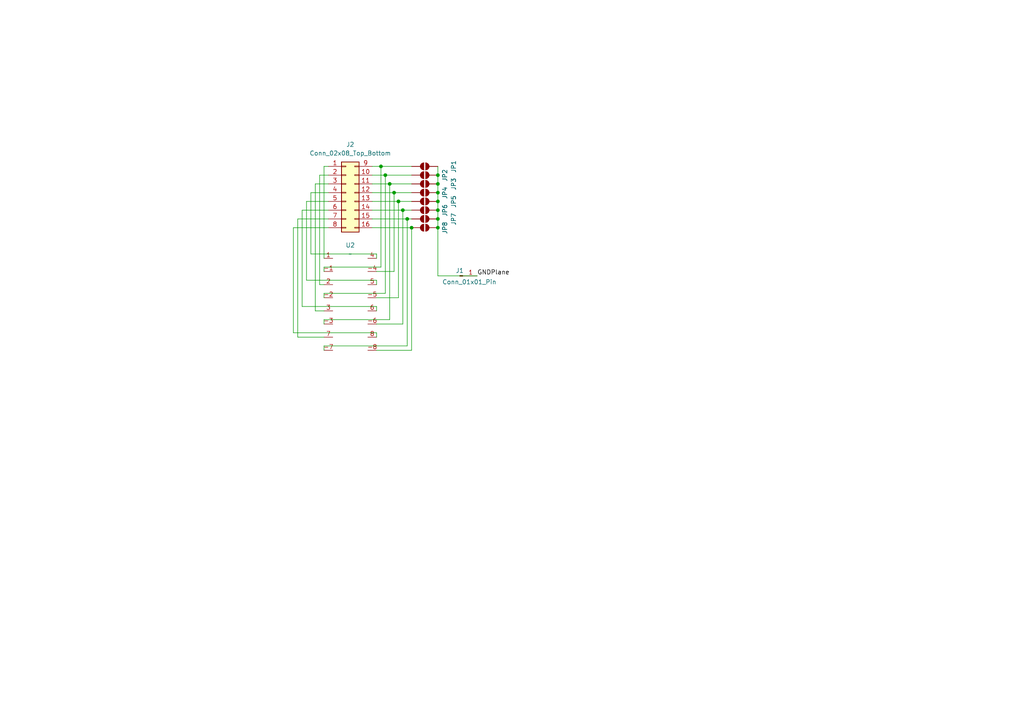
<source format=kicad_sch>
(kicad_sch (version 20231120) (generator "eeschema") (generator_version "8.0")
  (paper "A4")
  (lib_symbols
    (symbol "Connector:Conn_01x01_Pin" (pin_names (offset 1.016) hide)
      (property "Reference" "J" (at 0 2.54 0))
      (property "Value" "Conn_01x01_Pin" (at 0 -2.54 0))
      (symbol "Conn_01x01_Pin_1_1"
        (polyline (pts (xy 1.27 0) (xy 0.8636 0)) (stroke (width 0.1524)))
        (rectangle (start 0.8636 0.127) (end 0 -0.127) (stroke (width 0.1524)) (fill (type outline)))
        (pin passive line (at 5.08 0 180) (length 3.81) (name "Pin_1") (number "1"))
      )
    )
    (symbol "Connector_Generic:Conn_02x08_Top_Bottom" (pin_names (offset 1.016) hide)
      (property "Reference" "J" (at 1.27 10.16 0))
      (property "Value" "Conn_02x08_Top_Bottom" (at 1.27 -12.7 0))
      (symbol "Conn_02x08_Top_Bottom_1_1"
        (rectangle (start -1.27 -10.033) (end 0 -10.287) (stroke (width 0.1524)))
        (rectangle (start -1.27 -7.493) (end 0 -7.747) (stroke (width 0.1524)))
        (rectangle (start -1.27 -4.953) (end 0 -5.207) (stroke (width 0.1524)))
        (rectangle (start -1.27 -2.413) (end 0 -2.667) (stroke (width 0.1524)))
        (rectangle (start -1.27 0.127) (end 0 -0.127) (stroke (width 0.1524)))
        (rectangle (start -1.27 2.667) (end 0 2.413) (stroke (width 0.1524)))
        (rectangle (start -1.27 5.207) (end 0 4.953) (stroke (width 0.1524)))
        (rectangle (start -1.27 7.747) (end 0 7.493) (stroke (width 0.1524)))
        (rectangle (start -1.27 8.89) (end 3.81 -11.43) (stroke (width 0.254)) (fill (type background)))
        (rectangle (start 3.81 -10.033) (end 2.54 -10.287) (stroke (width 0.1524)))
        (rectangle (start 3.81 -7.493) (end 2.54 -7.747) (stroke (width 0.1524)))
        (rectangle (start 3.81 -4.953) (end 2.54 -5.207) (stroke (width 0.1524)))
        (rectangle (start 3.81 -2.413) (end 2.54 -2.667) (stroke (width 0.1524)))
        (rectangle (start 3.81 0.127) (end 2.54 -0.127) (stroke (width 0.1524)))
        (rectangle (start 3.81 2.667) (end 2.54 2.413) (stroke (width 0.1524)))
        (rectangle (start 3.81 5.207) (end 2.54 4.953) (stroke (width 0.1524)))
        (rectangle (start 3.81 7.747) (end 2.54 7.493) (stroke (width 0.1524)))
        (pin passive line (at -5.08 7.62 0) (length 3.81) (name "Pin_1") (number "1"))
        (pin passive line (at 7.62 5.08 180) (length 3.81) (name "Pin_10") (number "10"))
        (pin passive line (at 7.62 2.54 180) (length 3.81) (name "Pin_11") (number "11"))
        (pin passive line (at 7.62 0 180) (length 3.81) (name "Pin_12") (number "12"))
        (pin passive line (at 7.62 -2.54 180) (length 3.81) (name "Pin_13") (number "13"))
        (pin passive line (at 7.62 -5.08 180) (length 3.81) (name "Pin_14") (number "14"))
        (pin passive line (at 7.62 -7.62 180) (length 3.81) (name "Pin_15") (number "15"))
        (pin passive line (at 7.62 -10.16 180) (length 3.81) (name "Pin_16") (number "16"))
        (pin passive line (at -5.08 5.08 0) (length 3.81) (name "Pin_2") (number "2"))
        (pin passive line (at -5.08 2.54 0) (length 3.81) (name "Pin_3") (number "3"))
        (pin passive line (at -5.08 0 0) (length 3.81) (name "Pin_4") (number "4"))
        (pin passive line (at -5.08 -2.54 0) (length 3.81) (name "Pin_5") (number "5"))
        (pin passive line (at -5.08 -5.08 0) (length 3.81) (name "Pin_6") (number "6"))
        (pin passive line (at -5.08 -7.62 0) (length 3.81) (name "Pin_7") (number "7"))
        (pin passive line (at -5.08 -10.16 0) (length 3.81) (name "Pin_8") (number "8"))
        (pin passive line (at 7.62 7.62 180) (length 3.81) (name "Pin_9") (number "9"))
      )
    )
    (symbol "Jumper:SolderJumper_2_Open" (pin_numbers hide) (pin_names (offset 0) hide) (exclude_from_sim yes) (in_bom no)
      (property "Reference" "JP" (at 0 2.032 0))
      (property "Value" "SolderJumper_2_Open" (at 0 -2.54 0))
      (symbol "SolderJumper_2_Open_0_1"
        (arc (start -0.254 1.016) (mid -1.2656 0) (end -0.254 -1.016))
        (arc (start -0.254 1.016) (mid -1.2656 0) (end -0.254 -1.016) (fill (type outline)))
        (polyline (pts (xy -0.254 1.016) (xy -0.254 -1.016)))
        (polyline (pts (xy 0.254 1.016) (xy 0.254 -1.016)))
        (arc (start 0.254 -1.016) (mid 1.2656 0) (end 0.254 1.016))
        (arc (start 0.254 -1.016) (mid 1.2656 0) (end 0.254 1.016) (fill (type outline)))
      )
      (symbol "SolderJumper_2_Open_1_1"
        (pin passive line (at -3.81 0 0) (length 2.54) (name "A") (number "1"))
        (pin passive line (at 3.81 0 180) (length 2.54) (name "B") (number "2"))
      )
    )
    (symbol "etdbrSymbol:digitVersion1"
      (property "Reference" "U" (at 0 0 0))
      (symbol "digitVersion1_1_1"
        (pin passive line (at -7.62 26.67 0) (length 2.54) (name "") (number "-1"))
        (pin passive line (at -7.62 19.05 0) (length 2.54) (name "") (number "-2"))
        (pin passive line (at -7.62 11.43 0) (length 2.54) (name "") (number "-3"))
        (pin passive line (at 7.62 26.67 180) (length 2.54) (name "") (number "-4"))
        (pin passive line (at 7.62 19.05 180) (length 2.54) (name "") (number "-5"))
        (pin passive line (at 7.62 11.43 180) (length 2.54) (name "") (number "-6"))
        (pin passive line (at -7.62 3.81 0) (length 2.54) (name "") (number "-7"))
        (pin passive line (at 7.62 3.81 180) (length 2.54) (name "") (number "-8"))
        (pin passive line (at -7.62 30.48 0) (length 2.54) (name "") (number "1"))
        (pin passive line (at -7.62 22.86 0) (length 2.54) (name "") (number "2"))
        (pin passive line (at -7.62 15.24 0) (length 2.54) (name "") (number "3"))
        (pin passive line (at 7.62 30.48 180) (length 2.54) (name "") (number "4"))
        (pin passive line (at 7.62 22.86 180) (length 2.54) (name "") (number "5"))
        (pin passive line (at 7.62 15.24 180) (length 2.54) (name "") (number "6"))
        (pin passive line (at -7.62 7.62 0) (length 2.54) (name "") (number "7"))
        (pin passive line (at 7.62 7.62 180) (length 2.54) (name "") (number "8"))
      )
    )
  )
  (junction (at 127 53.34))
  (junction (at 127 58.42))
  (junction (at 113.03 53.34))
  (junction (at 127 66.04))
  (junction (at 114.3 55.88))
  (junction (at 127 60.96))
  (junction (at 127 55.88))
  (junction (at 116.84 60.96))
  (junction (at 127 63.5))
  (junction (at 118.11 63.5))
  (junction (at 119.38 66.04))
  (junction (at 111.76 50.8))
  (junction (at 110.49 48.26))
  (junction (at 115.57 58.42))
  (junction (at 127 50.8))
  (wire (pts (xy 119.38 101.6) (xy 119.38 66.04)))
  (wire (pts (xy 127 60.96) (xy 127 63.5)))
  (wire (pts (xy 109.22 82.55) (xy 109.22 81.28)))
  (wire (pts (xy 114.3 55.88) (xy 119.38 55.88)))
  (wire (pts (xy 127 55.88) (xy 127 58.42)))
  (wire (pts (xy 109.22 90.17) (xy 109.22 88.9)))
  (wire (pts (xy 109.22 97.79) (xy 109.22 96.52)))
  (wire (pts (xy 116.84 60.96) (xy 107.95 60.96)))
  (wire (pts (xy 85.09 66.04) (xy 95.25 66.04)))
  (wire (pts (xy 119.38 66.04) (xy 107.95 66.04)))
  (wire (pts (xy 109.22 88.9) (xy 87.63 88.9)))
  (wire (pts (xy 87.63 88.9) (xy 87.63 60.96)))
  (wire (pts (xy 93.98 92.71) (xy 113.03 92.71)))
  (wire (pts (xy 109.22 93.98) (xy 116.84 93.98)))
  (wire (pts (xy 87.63 60.96) (xy 95.25 60.96)))
  (wire (pts (xy 109.22 96.52) (xy 85.09 96.52)))
  (wire (pts (xy 111.76 50.8) (xy 111.76 85.09)))
  (wire (pts (xy 114.3 55.88) (xy 107.95 55.88)))
  (wire (pts (xy 93.98 48.26) (xy 93.98 74.93)))
  (wire (pts (xy 127 58.42) (xy 127 60.96)))
  (wire (pts (xy 93.98 97.79) (xy 86.36 97.79)))
  (wire (pts (xy 86.36 63.5) (xy 95.25 63.5)))
  (wire (pts (xy 95.25 48.26) (xy 93.98 48.26)))
  (wire (pts (xy 127 50.8) (xy 127 53.34)))
  (wire (pts (xy 113.03 53.34) (xy 107.95 53.34)))
  (wire (pts (xy 93.98 85.09) (xy 111.76 85.09)))
  (wire (pts (xy 90.17 55.88) (xy 95.25 55.88)))
  (wire (pts (xy 115.57 58.42) (xy 119.38 58.42)))
  (wire (pts (xy 109.22 86.36) (xy 115.57 86.36)))
  (wire (pts (xy 111.76 50.8) (xy 107.95 50.8)))
  (wire (pts (xy 110.49 48.26) (xy 119.38 48.26)))
  (wire (pts (xy 109.22 74.93) (xy 109.22 73.66)))
  (wire (pts (xy 110.49 48.26) (xy 107.95 48.26)))
  (wire (pts (xy 93.98 77.47) (xy 110.49 77.47)))
  (wire (pts (xy 95.25 50.8) (xy 92.71 50.8)))
  (wire (pts (xy 95.25 53.34) (xy 91.44 53.34)))
  (wire (pts (xy 92.71 50.8) (xy 92.71 82.55)))
  (wire (pts (xy 88.9 81.28) (xy 88.9 58.42)))
  (wire (pts (xy 118.11 63.5) (xy 107.95 63.5)))
  (wire (pts (xy 113.03 92.71) (xy 113.03 53.34)))
  (wire (pts (xy 127 48.26) (xy 127 50.8)))
  (wire (pts (xy 115.57 58.42) (xy 107.95 58.42)))
  (wire (pts (xy 93.98 86.36) (xy 93.98 85.09)))
  (wire (pts (xy 91.44 90.17) (xy 93.98 90.17)))
  (wire (pts (xy 127 53.34) (xy 127 55.88)))
  (wire (pts (xy 109.22 73.66) (xy 90.17 73.66)))
  (wire (pts (xy 91.44 53.34) (xy 91.44 90.17)))
  (wire (pts (xy 116.84 60.96) (xy 119.38 60.96)))
  (wire (pts (xy 109.22 81.28) (xy 88.9 81.28)))
  (wire (pts (xy 93.98 100.33) (xy 118.11 100.33)))
  (wire (pts (xy 93.98 78.74) (xy 93.98 77.47)))
  (wire (pts (xy 109.22 78.74) (xy 114.3 78.74)))
  (wire (pts (xy 88.9 58.42) (xy 95.25 58.42)))
  (wire (pts (xy 127 66.04) (xy 127 80.01)))
  (wire (pts (xy 92.71 82.55) (xy 93.98 82.55)))
  (wire (pts (xy 114.3 78.74) (xy 114.3 55.88)))
  (wire (pts (xy 109.22 101.6) (xy 119.38 101.6)))
  (wire (pts (xy 118.11 63.5) (xy 119.38 63.5)))
  (wire (pts (xy 90.17 73.66) (xy 90.17 55.88)))
  (wire (pts (xy 127 80.01) (xy 138.43 80.01)))
  (wire (pts (xy 110.49 77.47) (xy 110.49 48.26)))
  (wire (pts (xy 116.84 93.98) (xy 116.84 60.96)))
  (wire (pts (xy 86.36 97.79) (xy 86.36 63.5)))
  (wire (pts (xy 113.03 53.34) (xy 119.38 53.34)))
  (wire (pts (xy 115.57 86.36) (xy 115.57 58.42)))
  (wire (pts (xy 93.98 93.98) (xy 93.98 92.71)))
  (wire (pts (xy 93.98 101.6) (xy 93.98 100.33)))
  (wire (pts (xy 127 63.5) (xy 127 66.04)))
  (wire (pts (xy 118.11 100.33) (xy 118.11 63.5)))
  (wire (pts (xy 85.09 96.52) (xy 85.09 66.04)))
  (wire (pts (xy 119.38 50.8) (xy 111.76 50.8)))
  (label "GNDPlane" (at 138.43 80.01 0))
  (symbol (lib_id "Jumper:SolderJumper_2_Open") (at 123.19 50.8 0) (unit 1) (exclude_from_sim yes) (in_bom no)
    (property "Reference" "JP2" (at 129.032 49.022 90) (effects (justify right)))
    (property "Value" "SolderJumper_2_Open" (effects (hide yes)))
    (property "Footprint" "Jumper:SolderJumper-2_P1.3mm_Open_TrianglePad1.0x1.5mm" (effects (hide yes)))
    (property "Description" "Solder Jumper, 2-pole, open" (effects (hide yes)))
  )
  (symbol (lib_id "Connector_Generic:Conn_02x08_Top_Bottom") (at 100.33 55.88 0) (unit 1)
    (property "Reference" "J2" (at 101.6 41.91 0))
    (property "Value" "Conn_02x08_Top_Bottom" (at 101.6 44.45 0))
    (property "Footprint" "Connector_IDC:IDC-Header_2x08_P2.54mm_Vertical" (effects (hide yes)))
    (property "Description" "Generic connector, double row, 02x08, top/bottom pin numbering scheme (row 1: 1...pins_per_row, row2: pins_per_row+1 ... num_pins), script generated (kicad-library-utils/schlib/autogen/connector/)" (effects (hide yes)))
  )
  (symbol (lib_id "etdbrSymbol:digitVersion1") (at 101.6 105.41 0) (unit 1)
    (property "Reference" "U2" (at 101.6 71.12 0))
    (property "Value" "~" (at 101.6 73.66 0))
    (property "Footprint" "etdbrFoot:digitV1.1" (effects (hide yes)))
  )
  (symbol (lib_id "Jumper:SolderJumper_2_Open") (at 123.19 53.34 0) (unit 1) (exclude_from_sim yes) (in_bom no)
    (property "Reference" "JP3" (at 131.572 51.562 90) (effects (justify right)))
    (property "Value" "SolderJumper_2_Open" (effects (hide yes)))
    (property "Footprint" "Jumper:SolderJumper-2_P1.3mm_Open_TrianglePad1.0x1.5mm" (effects (hide yes)))
    (property "Description" "Solder Jumper, 2-pole, open" (effects (hide yes)))
  )
  (symbol (lib_id "Jumper:SolderJumper_2_Open") (at 123.19 58.42 0) (unit 1) (exclude_from_sim yes) (in_bom no)
    (property "Reference" "JP5" (at 131.572 56.642 90) (effects (justify right)))
    (property "Value" "SolderJumper_2_Open" (effects (hide yes)))
    (property "Footprint" "Jumper:SolderJumper-2_P1.3mm_Open_TrianglePad1.0x1.5mm" (effects (hide yes)))
    (property "Description" "Solder Jumper, 2-pole, open" (effects (hide yes)))
  )
  (symbol (lib_id "Jumper:SolderJumper_2_Open") (at 123.19 60.96 0) (unit 1) (exclude_from_sim yes) (in_bom no)
    (property "Reference" "JP6" (at 129.032 59.182 90) (effects (justify right)))
    (property "Value" "SolderJumper_2_Open" (effects (hide yes)))
    (property "Footprint" "Jumper:SolderJumper-2_P1.3mm_Open_TrianglePad1.0x1.5mm" (effects (hide yes)))
    (property "Description" "Solder Jumper, 2-pole, open" (effects (hide yes)))
  )
  (symbol (lib_id "Connector:Conn_01x01_Pin") (at 133.35 80.01 0) (unit 1)
    (property "Reference" "J1" (at 133.35 78.486 0))
    (property "Value" "Conn_01x01_Pin" (at 136.144 81.788 0))
    (property "Footprint" "Connector_PinHeader_2.54mm:PinHeader_1x01_P2.54mm_Vertical" (effects (hide yes)))
    (property "Description" "Generic connector, single row, 01x01, script generated" (effects (hide yes)))
  )
  (symbol (lib_id "Jumper:SolderJumper_2_Open") (at 123.19 63.5 0) (unit 1) (exclude_from_sim yes) (in_bom no)
    (property "Reference" "JP7" (at 131.572 61.722 90) (effects (justify right)))
    (property "Value" "SolderJumper_2_Open" (effects (hide yes)))
    (property "Footprint" "Jumper:SolderJumper-2_P1.3mm_Open_TrianglePad1.0x1.5mm" (effects (hide yes)))
    (property "Description" "Solder Jumper, 2-pole, open" (effects (hide yes)))
  )
  (symbol (lib_id "Jumper:SolderJumper_2_Open") (at 123.19 55.88 0) (unit 1) (exclude_from_sim yes) (in_bom no)
    (property "Reference" "JP4" (at 129.032 54.102 90) (effects (justify right)))
    (property "Value" "SolderJumper_2_Open" (effects (hide yes)))
    (property "Footprint" "Jumper:SolderJumper-2_P1.3mm_Open_TrianglePad1.0x1.5mm" (effects (hide yes)))
    (property "Description" "Solder Jumper, 2-pole, open" (effects (hide yes)))
  )
  (symbol (lib_id "Jumper:SolderJumper_2_Open") (at 123.19 48.26 0) (unit 1) (exclude_from_sim yes) (in_bom no)
    (property "Reference" "JP1" (at 131.572 46.482 90) (effects (justify right)))
    (property "Value" "SolderJumper_2_Open" (effects (hide yes)))
    (property "Footprint" "Jumper:SolderJumper-2_P1.3mm_Open_TrianglePad1.0x1.5mm" (effects (hide yes)))
    (property "Description" "Solder Jumper, 2-pole, open" (effects (hide yes)))
  )
  (symbol (lib_id "Jumper:SolderJumper_2_Open") (at 123.19 66.04 0) (unit 1) (exclude_from_sim yes) (in_bom no)
    (property "Reference" "JP8" (at 129.032 64.262 90) (effects (justify right)))
    (property "Value" "SolderJumper_2_Open" (effects (hide yes)))
    (property "Footprint" "Jumper:SolderJumper-2_P1.3mm_Open_TrianglePad1.0x1.5mm" (effects (hide yes)))
    (property "Description" "Solder Jumper, 2-pole, open" (effects (hide yes)))
  )
)
</source>
